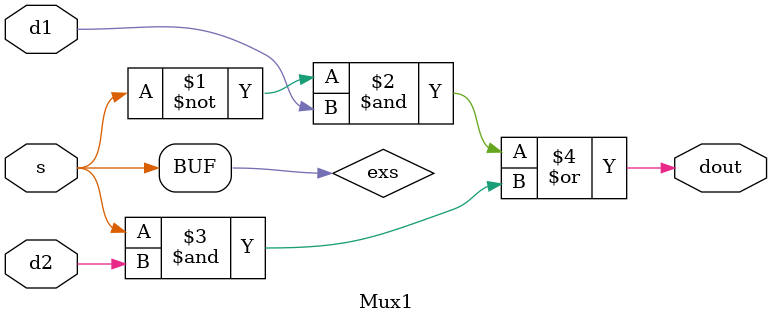
<source format=v>

module Mux1Bits(d1, d2, dout, s);
  parameter width=32;
  
  input[width:1] d1,d2;
  input s;
  output dout;
  
  wire[width:1] dout;
  
  wire[width:1] exs = {width{s}};
  
  assign
    dout = ((~exs)&d1)|(exs&d2);
    
endmodule

module Mux1(d1, d2, s, dout);  
  input d1,d2;
  input s;
  output dout;
  
  wire dout;
  
  wire exs = {s};
  
  assign
    dout = ((~exs)&d1)|(exs&d2);
    
endmodule

</source>
